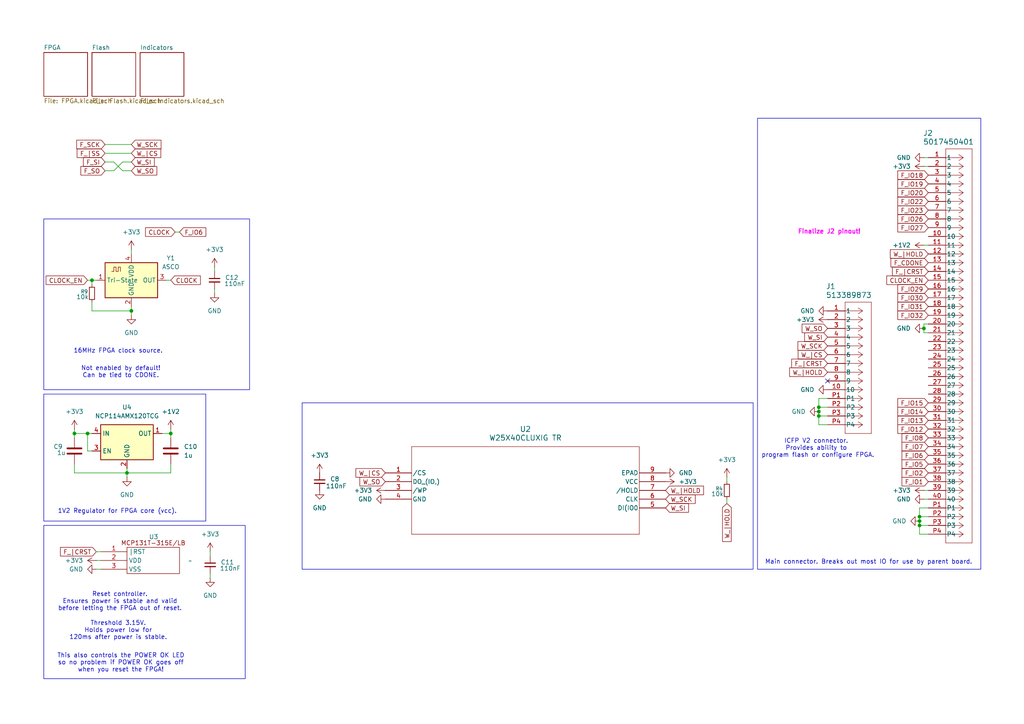
<source format=kicad_sch>
(kicad_sch (version 20250114) (generator "eeschema") (generator_version "9.0")
  (paper "A4")
  (lib_symbols
    (symbol "2025-06-09_04-19-34:W25X40CLUXIG_TR" (pin_names (offset 0.254))
      (property "Reference" "U" (at 40.64 12.7 0))
      (property "Value" "W25X40CLUXIG TR" (at 40.64 10.16 0))
      (symbol "W25X40CLUXIG_TR_0_1"
        (pin unspecified line (at 0 0 0) (length 7.62) (name "/CS") (number "1"))
        (pin unspecified line (at 0 -2.54 0) (length 7.62) (name "DO_(IO,)") (number "2"))
        (pin unspecified line (at 0 -5.08 0) (length 7.62) (name "/WP") (number "3"))
        (pin power_out line (at 0 -7.62 0) (length 7.62) (name "GND") (number "4"))
        (pin unspecified line (at 81.28 0 180) (length 7.62) (name "EPAD") (number "9"))
        (pin power_in line (at 81.28 -2.54 180) (length 7.62) (name "VCC") (number "8"))
        (pin unspecified line (at 81.28 -5.08 180) (length 7.62) (name "/HOLD") (number "7"))
        (pin unspecified line (at 81.28 -7.62 180) (length 7.62) (name "CLK") (number "6"))
        (pin unspecified line (at 81.28 -10.16 180) (length 7.62) (name "DI(IO0") (number "5"))
      )
    )
    (symbol "2025-06-09_04-58-30:513389873" (pin_names (offset 0.254))
      (property "Reference" "J" (at 8.89 6.35 0))
      (property "Value" "513389873" (at 0 0 0))
      (symbol "513389873_1_1"
        (pin unspecified line (at 0 0 0) (length 5.08) (name "1") (number "1"))
        (pin unspecified line (at 0 -2.54 0) (length 5.08) (name "2") (number "2"))
        (pin unspecified line (at 0 -5.08 0) (length 5.08) (name "3") (number "3"))
        (pin unspecified line (at 0 -7.62 0) (length 5.08) (name "4") (number "4"))
        (pin unspecified line (at 0 -10.16 0) (length 5.08) (name "5") (number "5"))
        (pin unspecified line (at 0 -12.7 0) (length 5.08) (name "6") (number "6"))
        (pin unspecified line (at 0 -15.24 0) (length 5.08) (name "7") (number "7"))
        (pin unspecified line (at 0 -17.78 0) (length 5.08) (name "8") (number "8"))
        (pin unspecified line (at 0 -20.32 0) (length 5.08) (name "9") (number "9"))
        (pin unspecified line (at 0 -22.86 0) (length 5.08) (name "10") (number "10"))
        (pin unspecified line (at 0 -25.4 0) (length 5.08) (name "P1") (number "P1"))
        (pin unspecified line (at 0 -27.94 0) (length 5.08) (name "P2") (number "P2"))
        (pin unspecified line (at 0 -30.48 0) (length 5.08) (name "P3") (number "P3"))
        (pin unspecified line (at 0 -33.02 0) (length 5.08) (name "P4") (number "P4"))
      )
      (symbol "513389873_1_2"
        (pin unspecified line (at 0 0 0) (length 5.08) (name "1") (number "1"))
        (pin unspecified line (at 0 -2.54 0) (length 5.08) (name "2") (number "2"))
        (pin unspecified line (at 0 -5.08 0) (length 5.08) (name "3") (number "3"))
        (pin unspecified line (at 0 -7.62 0) (length 5.08) (name "4") (number "4"))
        (pin unspecified line (at 0 -10.16 0) (length 5.08) (name "5") (number "5"))
        (pin unspecified line (at 0 -12.7 0) (length 5.08) (name "6") (number "6"))
        (pin unspecified line (at 0 -15.24 0) (length 5.08) (name "7") (number "7"))
        (pin unspecified line (at 0 -17.78 0) (length 5.08) (name "8") (number "8"))
        (pin unspecified line (at 0 -20.32 0) (length 5.08) (name "9") (number "9"))
        (pin unspecified line (at 0 -22.86 0) (length 5.08) (name "10") (number "10"))
        (pin unspecified line (at 0 -25.4 0) (length 5.08) (name "P1") (number "P1"))
        (pin unspecified line (at 0 -27.94 0) (length 5.08) (name "P2") (number "P2"))
        (pin unspecified line (at 0 -30.48 0) (length 5.08) (name "P3") (number "P3"))
        (pin unspecified line (at 0 -33.02 0) (length 5.08) (name "P4") (number "P4"))
      )
    )
    (symbol "2025-06-09_05-06-58:5017450401" (pin_names (offset 0.254))
      (property "Reference" "J" (at 8.89 6.35 0))
      (property "Value" "5017450401" (at 0 0 0))
      (symbol "5017450401_1_1"
        (pin unspecified line (at 0 0 0) (length 5.08) (name "1") (number "1"))
        (pin unspecified line (at 0 -2.54 0) (length 5.08) (name "2") (number "2"))
        (pin unspecified line (at 0 -5.08 0) (length 5.08) (name "3") (number "3"))
        (pin unspecified line (at 0 -7.62 0) (length 5.08) (name "4") (number "4"))
        (pin unspecified line (at 0 -10.16 0) (length 5.08) (name "5") (number "5"))
        (pin unspecified line (at 0 -12.7 0) (length 5.08) (name "6") (number "6"))
        (pin unspecified line (at 0 -15.24 0) (length 5.08) (name "7") (number "7"))
        (pin unspecified line (at 0 -17.78 0) (length 5.08) (name "8") (number "8"))
        (pin unspecified line (at 0 -20.32 0) (length 5.08) (name "9") (number "9"))
        (pin unspecified line (at 0 -22.86 0) (length 5.08) (name "10") (number "10"))
        (pin unspecified line (at 0 -25.4 0) (length 5.08) (name "11") (number "11"))
        (pin unspecified line (at 0 -27.94 0) (length 5.08) (name "12") (number "12"))
        (pin unspecified line (at 0 -30.48 0) (length 5.08) (name "13") (number "13"))
        (pin unspecified line (at 0 -33.02 0) (length 5.08) (name "14") (number "14"))
        (pin unspecified line (at 0 -35.56 0) (length 5.08) (name "15") (number "15"))
        (pin unspecified line (at 0 -38.1 0) (length 5.08) (name "16") (number "16"))
        (pin unspecified line (at 0 -40.64 0) (length 5.08) (name "17") (number "17"))
        (pin unspecified line (at 0 -43.18 0) (length 5.08) (name "18") (number "18"))
        (pin unspecified line (at 0 -45.72 0) (length 5.08) (name "19") (number "19"))
        (pin unspecified line (at 0 -48.26 0) (length 5.08) (name "20") (number "20"))
        (pin unspecified line (at 0 -50.8 0) (length 5.08) (name "21") (number "21"))
        (pin unspecified line (at 0 -53.34 0) (length 5.08) (name "22") (number "22"))
        (pin unspecified line (at 0 -55.88 0) (length 5.08) (name "23") (number "23"))
        (pin unspecified line (at 0 -58.42 0) (length 5.08) (name "24") (number "24"))
        (pin unspecified line (at 0 -60.96 0) (length 5.08) (name "25") (number "25"))
        (pin unspecified line (at 0 -63.5 0) (length 5.08) (name "26") (number "26"))
        (pin unspecified line (at 0 -66.04 0) (length 5.08) (name "27") (number "27"))
        (pin unspecified line (at 0 -68.58 0) (length 5.08) (name "28") (number "28"))
        (pin unspecified line (at 0 -71.12 0) (length 5.08) (name "29") (number "29"))
        (pin unspecified line (at 0 -73.66 0) (length 5.08) (name "30") (number "30"))
        (pin unspecified line (at 0 -76.2 0) (length 5.08) (name "31") (number "31"))
        (pin unspecified line (at 0 -78.74 0) (length 5.08) (name "32") (number "32"))
        (pin unspecified line (at 0 -81.28 0) (length 5.08) (name "33") (number "33"))
        (pin unspecified line (at 0 -83.82 0) (length 5.08) (name "34") (number "34"))
        (pin unspecified line (at 0 -86.36 0) (length 5.08) (name "35") (number "35"))
        (pin unspecified line (at 0 -88.9 0) (length 5.08) (name "36") (number "36"))
        (pin unspecified line (at 0 -91.44 0) (length 5.08) (name "37") (number "37"))
        (pin unspecified line (at 0 -93.98 0) (length 5.08) (name "38") (number "38"))
        (pin unspecified line (at 0 -96.52 0) (length 5.08) (name "39") (number "39"))
        (pin unspecified line (at 0 -99.06 0) (length 5.08) (name "40") (number "40"))
        (pin unspecified line (at 0 -101.6 0) (length 5.08) (name "P1") (number "P1"))
        (pin unspecified line (at 0 -104.14 0) (length 5.08) (name "P2") (number "P2"))
        (pin unspecified line (at 0 -106.68 0) (length 5.08) (name "P3") (number "P3"))
        (pin unspecified line (at 0 -109.22 0) (length 5.08) (name "P4") (number "P4"))
      )
      (symbol "5017450401_1_2"
        (pin unspecified line (at 0 0 0) (length 5.08) (name "1") (number "1"))
        (pin unspecified line (at 0 -2.54 0) (length 5.08) (name "2") (number "2"))
        (pin unspecified line (at 0 -5.08 0) (length 5.08) (name "3") (number "3"))
        (pin unspecified line (at 0 -7.62 0) (length 5.08) (name "4") (number "4"))
        (pin unspecified line (at 0 -10.16 0) (length 5.08) (name "5") (number "5"))
        (pin unspecified line (at 0 -12.7 0) (length 5.08) (name "6") (number "6"))
        (pin unspecified line (at 0 -15.24 0) (length 5.08) (name "7") (number "7"))
        (pin unspecified line (at 0 -17.78 0) (length 5.08) (name "8") (number "8"))
        (pin unspecified line (at 0 -20.32 0) (length 5.08) (name "9") (number "9"))
        (pin unspecified line (at 0 -22.86 0) (length 5.08) (name "10") (number "10"))
        (pin unspecified line (at 0 -25.4 0) (length 5.08) (name "11") (number "11"))
        (pin unspecified line (at 0 -27.94 0) (length 5.08) (name "12") (number "12"))
        (pin unspecified line (at 0 -30.48 0) (length 5.08) (name "13") (number "13"))
        (pin unspecified line (at 0 -33.02 0) (length 5.08) (name "14") (number "14"))
        (pin unspecified line (at 0 -35.56 0) (length 5.08) (name "15") (number "15"))
        (pin unspecified line (at 0 -38.1 0) (length 5.08) (name "16") (number "16"))
        (pin unspecified line (at 0 -40.64 0) (length 5.08) (name "17") (number "17"))
        (pin unspecified line (at 0 -43.18 0) (length 5.08) (name "18") (number "18"))
        (pin unspecified line (at 0 -45.72 0) (length 5.08) (name "19") (number "19"))
        (pin unspecified line (at 0 -48.26 0) (length 5.08) (name "20") (number "20"))
        (pin unspecified line (at 0 -50.8 0) (length 5.08) (name "21") (number "21"))
        (pin unspecified line (at 0 -53.34 0) (length 5.08) (name "22") (number "22"))
        (pin unspecified line (at 0 -55.88 0) (length 5.08) (name "23") (number "23"))
        (pin unspecified line (at 0 -58.42 0) (length 5.08) (name "24") (number "24"))
        (pin unspecified line (at 0 -60.96 0) (length 5.08) (name "25") (number "25"))
        (pin unspecified line (at 0 -63.5 0) (length 5.08) (name "26") (number "26"))
        (pin unspecified line (at 0 -66.04 0) (length 5.08) (name "27") (number "27"))
        (pin unspecified line (at 0 -68.58 0) (length 5.08) (name "28") (number "28"))
        (pin unspecified line (at 0 -71.12 0) (length 5.08) (name "29") (number "29"))
        (pin unspecified line (at 0 -73.66 0) (length 5.08) (name "30") (number "30"))
        (pin unspecified line (at 0 -76.2 0) (length 5.08) (name "31") (number "31"))
        (pin unspecified line (at 0 -78.74 0) (length 5.08) (name "32") (number "32"))
        (pin unspecified line (at 0 -81.28 0) (length 5.08) (name "33") (number "33"))
        (pin unspecified line (at 0 -83.82 0) (length 5.08) (name "34") (number "34"))
        (pin unspecified line (at 0 -86.36 0) (length 5.08) (name "35") (number "35"))
        (pin unspecified line (at 0 -88.9 0) (length 5.08) (name "36") (number "36"))
        (pin unspecified line (at 0 -91.44 0) (length 5.08) (name "37") (number "37"))
        (pin unspecified line (at 0 -93.98 0) (length 5.08) (name "38") (number "38"))
        (pin unspecified line (at 0 -96.52 0) (length 5.08) (name "39") (number "39"))
        (pin unspecified line (at 0 -99.06 0) (length 5.08) (name "40") (number "40"))
        (pin unspecified line (at 0 -101.6 0) (length 5.08) (name "P1") (number "P1"))
        (pin unspecified line (at 0 -104.14 0) (length 5.08) (name "P2") (number "P2"))
        (pin unspecified line (at 0 -106.68 0) (length 5.08) (name "P3") (number "P3"))
        (pin unspecified line (at 0 -109.22 0) (length 5.08) (name "P4") (number "P4"))
      )
    )
    (symbol "Device:C" (pin_numbers (hide yes)) (pin_names (offset 0.254))
      (property "Reference" "C" (at 0.635 2.54 0))
      (property "Value" "C" (at 0.635 -2.54 0))
      (symbol "C_1_1"
        (pin passive line (at 0 3.81 270) (length 2.794) (name "~") (number "1"))
        (pin passive line (at 0 -3.81 90) (length 2.794) (name "~") (number "2"))
      )
    )
    (symbol "Device:C_Small" (pin_numbers (hide yes)) (pin_names (offset 0.254) (hide yes))
      (property "Reference" "C" (at 0.254 1.778 0))
      (property "Value" "C_Small" (at 0.254 -2.032 0))
      (symbol "C_Small_1_1"
        (pin passive line (at 0 2.54 270) (length 2.032) (name "~") (number "1"))
        (pin passive line (at 0 -2.54 90) (length 2.032) (name "~") (number "2"))
      )
    )
    (symbol "Device:R_Small" (pin_numbers (hide yes)) (pin_names (offset 0.254) (hide yes))
      (property "Reference" "R" (at 0 0 90))
      (property "Value" "R_Small" (at 1.778 0 90))
      (symbol "R_Small_1_1"
        (pin passive line (at 0 2.54 270) (length 0.762) (name "~") (number "1"))
        (pin passive line (at 0 -2.54 90) (length 0.762) (name "~") (number "2"))
      )
    )
    (symbol "New_Library:MCP131T-315E/LB"
      (property "Reference" "U" (at 0 1.778 0))
      (symbol "MCP131T-315E/LB_1_1"
        (text "MCP131T-315E/LB" (at 0 0 0) (effects (font (size 1.27 1.27))))
        (pin output line (at -15.24 -2.54 0) (length 7.62) (name "|RST") (number "1"))
        (pin power_in line (at -15.24 -5.08 0) (length 7.62) (name "VDD") (number "2"))
        (pin power_in line (at -15.24 -7.62 0) (length 7.62) (name "VSS") (number "3"))
      )
    )
    (symbol "Oscillator:ASCO"
      (property "Reference" "Y" (at -7.62 6.35 0))
      (property "Value" "ASCO" (at 1.27 -6.35 0))
      (symbol "ASCO_1_1"
        (pin input line (at -10.16 0 0) (length 2.54) (name "Tri-State") (number "1"))
        (pin power_in line (at 0 7.62 270) (length 2.54) (name "VDD") (number "4"))
        (pin power_in line (at 0 -7.62 90) (length 2.54) (name "GND") (number "2"))
        (pin output line (at 10.16 0 180) (length 2.54) (name "OUT") (number "3"))
      )
    )
    (symbol "Regulator_Linear:NCP115AMX120TCG"
      (property "Reference" "U" (at 2.54 10.16 0))
      (property "Value" "NCP115AMX120TCG" (at 10.16 7.62 0))
      (symbol "NCP115AMX120TCG_1_1"
        (pin power_in line (at -10.16 2.54 0) (length 2.54) (name "IN") (number "4"))
        (pin input line (at -10.16 -2.54 0) (length 2.54) (name "EN") (number "3"))
        (pin power_in line (at 0 -7.62 90) (length 2.54) (name "GND") (number "2"))
        (pin passive line (at 0 -7.62 90) (length 2.54) (hide yes) (name "GND") (number "5"))
        (pin power_out line (at 10.16 2.54 180) (length 2.54) (name "OUT") (number "1"))
      )
    )
    (symbol "power:+1V2" (power) (pin_numbers (hide yes)) (pin_names (offset 0) (hide yes))
      (property "Value" "+1V2" (at 0 3.556 0))
      (symbol "+1V2_1_1"
        (pin power_in line (at 0 0 90) (length 0) (name "~") (number "1"))
      )
    )
    (symbol "power:+3V3" (power) (pin_numbers (hide yes)) (pin_names (offset 0) (hide yes))
      (property "Value" "+3V3" (at 0 3.556 0))
      (symbol "+3V3_1_1"
        (pin power_in line (at 0 0 90) (length 0) (name "~") (number "1"))
      )
    )
    (symbol "power:GND" (power) (pin_numbers (hide yes)) (pin_names (offset 0) (hide yes))
      (property "Value" "GND" (at 0 -3.81 0))
      (symbol "GND_1_1"
        (pin power_in line (at 0 0 270) (length 0) (name "~") (number "1"))
      )
    )
  )
  (rectangle (start 87.63 116.84) (end 218.44 165.1))
  (rectangle (start 12.7 63.5) (end 72.39 113.03))
  (rectangle (start 12.7 152.4) (end 71.12 196.85))
  (rectangle (start 12.7 114.3) (end 59.69 151.13))
  (rectangle (start 219.71 34.29) (end 284.48 165.1))
  (text "Main connector. Breaks out most IO for use by parent board." (at 251.968 163.068 0) (effects (font (size 1.27 1.27))))
  (text "16MHz FPGA clock source." (at 34.29 101.854 0) (effects (font (size 1.27 1.27))))
  (text "Reset controller.\nEnsures power is stable and valid\nbefore letting the FPGA out of reset." (at 34.798 174.498 0) (effects (font (size 1.27 1.27))))
  (text "This also controls the POWER OK LED\nso no problem if POWER OK goes off\nwhen you reset the FPGA!" (at 35.052 192.278 0) (effects (font (size 1.27 1.27))))
  (text "1V2 Regulator for FPGA core (vcc)." (at 34.036 148.336 0) (effects (font (size 1.27 1.27))))
  (text "Threshold 3.15V.\nHolds power low for\n120ms after power is stable." (at 34.29 182.88 0) (effects (font (size 1.27 1.27))))
  (text "ICFP V2 connector. \nProvides ability to \nprogram flash or configure FPGA." (at 237.236 130.048 0) (effects (font (size 1.27 1.27))))
  (text "Finalize J2 pinout!" (at 240.538 67.31 0) (effects (font (size 1.27 1.27) (thickness 0.254) (bold yes))))
  (text "Not enabled by default!\nCan be tied to CDONE." (at 35.052 107.95 0) (effects (font (size 1.27 1.27))))
  (junction (at 49.53 125.73))
  (junction (at 21.59 125.73))
  (junction (at 266.7 149.86))
  (junction (at 38.1 90.17))
  (junction (at 25.4 125.73))
  (junction (at 267.97 95.25))
  (junction (at 237.49 120.65))
  (junction (at 266.7 151.13))
  (junction (at 237.49 118.11))
  (junction (at 26.67 81.28))
  (junction (at 266.7 152.4))
  (junction (at 237.49 119.38))
  (junction (at 36.83 137.16))
  (no_connect (at 240.03 110.49))
  (wire (pts (xy 21.59 137.16) (xy 36.83 137.16)))
  (wire (pts (xy 266.7 151.13) (xy 266.7 149.86)))
  (wire (pts (xy 27.94 162.56) (xy 29.21 162.56)))
  (wire (pts (xy 62.23 77.47) (xy 62.23 78.74)))
  (wire (pts (xy 267.97 96.52) (xy 269.24 96.52)))
  (wire (pts (xy 266.7 152.4) (xy 269.24 152.4)))
  (wire (pts (xy 237.49 119.38) (xy 237.49 118.11)))
  (wire (pts (xy 25.4 125.73) (xy 26.67 125.73)))
  (wire (pts (xy 36.83 137.16) (xy 36.83 135.89)))
  (wire (pts (xy 240.03 123.19) (xy 237.49 123.19)))
  (wire (pts (xy 26.67 82.55) (xy 26.67 81.28)))
  (wire (pts (xy 266.7 154.94) (xy 266.7 152.4)))
  (wire (pts (xy 30.48 44.45) (xy 38.1 44.45)))
  (wire (pts (xy 38.1 90.17) (xy 26.67 90.17)))
  (wire (pts (xy 60.96 167.64) (xy 60.96 166.37)))
  (wire (pts (xy 62.23 85.09) (xy 62.23 83.82)))
  (wire (pts (xy 36.83 138.43) (xy 36.83 137.16)))
  (wire (pts (xy 49.53 81.28) (xy 48.26 81.28)))
  (wire (pts (xy 35.56 49.53) (xy 38.1 49.53)))
  (wire (pts (xy 25.4 81.28) (xy 26.67 81.28)))
  (wire (pts (xy 26.67 81.28) (xy 27.94 81.28)))
  (wire (pts (xy 25.4 130.81) (xy 25.4 125.73)))
  (wire (pts (xy 267.97 144.78) (xy 269.24 144.78)))
  (wire (pts (xy 266.7 152.4) (xy 266.7 151.13)))
  (wire (pts (xy 38.1 91.44) (xy 38.1 90.17)))
  (wire (pts (xy 267.97 95.25) (xy 267.97 96.52)))
  (wire (pts (xy 27.94 165.1) (xy 29.21 165.1)))
  (wire (pts (xy 30.48 46.99) (xy 33.02 46.99)))
  (wire (pts (xy 267.97 71.12) (xy 269.24 71.12)))
  (wire (pts (xy 26.67 130.81) (xy 25.4 130.81)))
  (wire (pts (xy 267.97 95.25) (xy 267.97 93.98)))
  (wire (pts (xy 237.49 118.11) (xy 237.49 115.57)))
  (wire (pts (xy 21.59 124.46) (xy 21.59 125.73)))
  (wire (pts (xy 267.97 45.72) (xy 269.24 45.72)))
  (wire (pts (xy 237.49 123.19) (xy 237.49 120.65)))
  (wire (pts (xy 210.82 146.05) (xy 210.82 144.78)))
  (wire (pts (xy 50.8 67.31) (xy 52.07 67.31)))
  (wire (pts (xy 49.53 125.73) (xy 49.53 127)))
  (wire (pts (xy 21.59 125.73) (xy 21.59 127)))
  (wire (pts (xy 30.48 49.53) (xy 33.02 49.53)))
  (wire (pts (xy 237.49 120.65) (xy 237.49 119.38)))
  (wire (pts (xy 60.96 160.02) (xy 60.96 161.29)))
  (wire (pts (xy 49.53 134.62) (xy 49.53 137.16)))
  (wire (pts (xy 33.02 49.53) (xy 35.56 46.99)))
  (wire (pts (xy 21.59 134.62) (xy 21.59 137.16)))
  (wire (pts (xy 27.94 160.02) (xy 29.21 160.02)))
  (wire (pts (xy 269.24 154.94) (xy 266.7 154.94)))
  (wire (pts (xy 49.53 137.16) (xy 36.83 137.16)))
  (wire (pts (xy 266.7 149.86) (xy 266.7 147.32)))
  (wire (pts (xy 46.99 125.73) (xy 49.53 125.73)))
  (wire (pts (xy 266.7 149.86) (xy 269.24 149.86)))
  (wire (pts (xy 33.02 46.99) (xy 35.56 49.53)))
  (wire (pts (xy 49.53 124.46) (xy 49.53 125.73)))
  (wire (pts (xy 35.56 46.99) (xy 38.1 46.99)))
  (wire (pts (xy 267.97 93.98) (xy 269.24 93.98)))
  (wire (pts (xy 266.7 147.32) (xy 269.24 147.32)))
  (wire (pts (xy 26.67 90.17) (xy 26.67 87.63)))
  (wire (pts (xy 267.97 142.24) (xy 269.24 142.24)))
  (wire (pts (xy 25.4 125.73) (xy 21.59 125.73)))
  (wire (pts (xy 38.1 72.39) (xy 38.1 73.66)))
  (wire (pts (xy 267.97 48.26) (xy 269.24 48.26)))
  (wire (pts (xy 237.49 118.11) (xy 240.03 118.11)))
  (wire (pts (xy 38.1 90.17) (xy 38.1 88.9)))
  (wire (pts (xy 210.82 138.43) (xy 210.82 139.7)))
  (wire (pts (xy 237.49 115.57) (xy 240.03 115.57)))
  (wire (pts (xy 240.03 120.65) (xy 237.49 120.65)))
  (wire (pts (xy 30.48 41.91) (xy 38.1 41.91)))
  (global_label "W_|CS" (shape input) (at 111.76 137.16 180) (property "Intersheetrefs" "${INTERSHEET_REFS}" (effects (hide yes))))
  (global_label "W_SCK" (shape input) (at 193.04 144.78 0) (property "Intersheetrefs" "${INTERSHEET_REFS}" (effects (hide yes))))
  (global_label "F_IO31" (shape input) (at 269.24 88.9 180) (property "Intersheetrefs" "${INTERSHEET_REFS}" (effects (hide yes))))
  (global_label "W_|HOLD" (shape input) (at 210.82 146.05 270) (property "Intersheetrefs" "${INTERSHEET_REFS}" (effects (hide yes))))
  (global_label "F_IO29" (shape input) (at 269.24 83.82 180) (property "Intersheetrefs" "${INTERSHEET_REFS}" (effects (hide yes))))
  (global_label "W_SCK" (shape input) (at 240.03 100.33 180) (property "Intersheetrefs" "${INTERSHEET_REFS}" (effects (hide yes))))
  (global_label "F_SCK" (shape input) (at 30.48 41.91 180) (property "Intersheetrefs" "${INTERSHEET_REFS}" (effects (hide yes))))
  (global_label "F_IO1" (shape input) (at 269.24 139.7 180) (property "Intersheetrefs" "${INTERSHEET_REFS}" (effects (hide yes))))
  (global_label "W_|CS" (shape input) (at 38.1 44.45 0) (property "Intersheetrefs" "${INTERSHEET_REFS}" (effects (hide yes))))
  (global_label "CLOCK_EN" (shape input) (at 269.24 81.28 180) (property "Intersheetrefs" "${INTERSHEET_REFS}" (effects (hide yes))))
  (global_label "CLOCK" (shape input) (at 49.53 81.28 0) (property "Intersheetrefs" "${INTERSHEET_REFS}" (effects (hide yes))))
  (global_label "W_SI" (shape input) (at 38.1 46.99 0) (property "Intersheetrefs" "${INTERSHEET_REFS}" (effects (hide yes))))
  (global_label "F_IO18" (shape input) (at 269.24 50.8 180) (property "Intersheetrefs" "${INTERSHEET_REFS}" (effects (hide yes))))
  (global_label "F_IO22" (shape input) (at 269.24 58.42 180) (property "Intersheetrefs" "${INTERSHEET_REFS}" (effects (hide yes))))
  (global_label "F_IO5" (shape input) (at 269.24 134.62 180) (property "Intersheetrefs" "${INTERSHEET_REFS}" (effects (hide yes))))
  (global_label "F_IO26" (shape input) (at 269.24 63.5 180) (property "Intersheetrefs" "${INTERSHEET_REFS}" (effects (hide yes))))
  (global_label "W_|HOLD" (shape input) (at 193.04 142.24 0) (property "Intersheetrefs" "${INTERSHEET_REFS}" (effects (hide yes))))
  (global_label "F_IO15" (shape input) (at 269.24 116.84 180) (property "Intersheetrefs" "${INTERSHEET_REFS}" (effects (hide yes))))
  (global_label "F_|CRST" (shape input) (at 240.03 105.41 180) (property "Intersheetrefs" "${INTERSHEET_REFS}" (effects (hide yes))))
  (global_label "F_IO12" (shape input) (at 269.24 124.46 180) (property "Intersheetrefs" "${INTERSHEET_REFS}" (effects (hide yes))))
  (global_label "W_SCK" (shape input) (at 38.1 41.91 0) (property "Intersheetrefs" "${INTERSHEET_REFS}" (effects (hide yes))))
  (global_label "F_CDONE" (shape input) (at 269.24 76.2 180) (property "Intersheetrefs" "${INTERSHEET_REFS}" (effects (hide yes))))
  (global_label "W_|HOLD" (shape input) (at 269.24 73.66 180) (property "Intersheetrefs" "${INTERSHEET_REFS}" (effects (hide yes))))
  (global_label "W_SO" (shape input) (at 240.03 95.25 180) (property "Intersheetrefs" "${INTERSHEET_REFS}" (effects (hide yes))))
  (global_label "CLOCK" (shape input) (at 50.8 67.31 180) (property "Intersheetrefs" "${INTERSHEET_REFS}" (effects (hide yes))))
  (global_label "F_IO20" (shape input) (at 269.24 55.88 180) (property "Intersheetrefs" "${INTERSHEET_REFS}" (effects (hide yes))))
  (global_label "F_IO14" (shape input) (at 269.24 119.38 180) (property "Intersheetrefs" "${INTERSHEET_REFS}" (effects (hide yes))))
  (global_label "F_IO23" (shape input) (at 269.24 60.96 180) (property "Intersheetrefs" "${INTERSHEET_REFS}" (effects (hide yes))))
  (global_label "W_SO" (shape input) (at 38.1 49.53 0) (property "Intersheetrefs" "${INTERSHEET_REFS}" (effects (hide yes))))
  (global_label "F_IO2" (shape input) (at 269.24 137.16 180) (property "Intersheetrefs" "${INTERSHEET_REFS}" (effects (hide yes))))
  (global_label "F_IO6" (shape input) (at 269.24 132.08 180) (property "Intersheetrefs" "${INTERSHEET_REFS}" (effects (hide yes))))
  (global_label "F_IO8" (shape input) (at 269.24 127 180) (property "Intersheetrefs" "${INTERSHEET_REFS}" (effects (hide yes))))
  (global_label "W_SI" (shape input) (at 240.03 97.79 180) (property "Intersheetrefs" "${INTERSHEET_REFS}" (effects (hide yes))))
  (global_label "F_IO13" (shape input) (at 269.24 121.92 180) (property "Intersheetrefs" "${INTERSHEET_REFS}" (effects (hide yes))))
  (global_label "W_|CS" (shape input) (at 240.03 102.87 180) (property "Intersheetrefs" "${INTERSHEET_REFS}" (effects (hide yes))))
  (global_label "F_IO32" (shape input) (at 269.24 91.44 180) (property "Intersheetrefs" "${INTERSHEET_REFS}" (effects (hide yes))))
  (global_label "F_IO30" (shape input) (at 269.24 86.36 180) (property "Intersheetrefs" "${INTERSHEET_REFS}" (effects (hide yes))))
  (global_label "W_SO" (shape input) (at 111.76 139.7 180) (property "Intersheetrefs" "${INTERSHEET_REFS}" (effects (hide yes))))
  (global_label "F_SO" (shape input) (at 30.48 49.53 180) (property "Intersheetrefs" "${INTERSHEET_REFS}" (effects (hide yes))))
  (global_label "F_|CRST" (shape input) (at 269.24 78.74 180) (property "Intersheetrefs" "${INTERSHEET_REFS}" (effects (hide yes))))
  (global_label "F_IO19" (shape input) (at 269.24 53.34 180) (property "Intersheetrefs" "${INTERSHEET_REFS}" (effects (hide yes))))
  (global_label "F_IO6" (shape input) (at 52.07 67.31 0) (property "Intersheetrefs" "${INTERSHEET_REFS}" (effects (hide yes))))
  (global_label "F_|SS" (shape input) (at 30.48 44.45 180) (property "Intersheetrefs" "${INTERSHEET_REFS}" (effects (hide yes))))
  (global_label "F_IO27" (shape input) (at 269.24 66.04 180) (property "Intersheetrefs" "${INTERSHEET_REFS}" (effects (hide yes))))
  (global_label "W_SI" (shape input) (at 193.04 147.32 0) (property "Intersheetrefs" "${INTERSHEET_REFS}" (effects (hide yes))))
  (global_label "W_|HOLD" (shape input) (at 240.03 107.95 180) (property "Intersheetrefs" "${INTERSHEET_REFS}" (effects (hide yes))))
  (global_label "F_IO7" (shape input) (at 269.24 129.54 180) (property "Intersheetrefs" "${INTERSHEET_REFS}" (effects (hide yes))))
  (global_label "F_|CRST" (shape input) (at 27.94 160.02 180) (property "Intersheetrefs" "${INTERSHEET_REFS}" (effects (hide yes))))
  (global_label "F_SI" (shape input) (at 30.48 46.99 180) (property "Intersheetrefs" "${INTERSHEET_REFS}" (effects (hide yes))))
  (global_label "CLOCK_EN" (shape input) (at 25.4 81.28 180) (property "Intersheetrefs" "${INTERSHEET_REFS}" (effects (hide yes))))
  (symbol (lib_id "Device:R_Small") (at 210.82 142.24 0) (unit 1)
    (property "Reference" "R4" (at 207.518 141.732 0) (effects (font (size 1.016 1.016)) (justify left)))
    (property "Value" "10k" (at 206.248 143.256 0) (effects (justify left)))
    (property "Footprint" "Resistor_SMD:R_0402_1005Metric" (effects (hide yes)))
    (property "Description" "Resistor, small symbol" (effects (hide yes)))
  )
  (symbol (lib_id "power:+3V3") (at 111.76 142.24 90) (unit 1)
    (property "Reference" "#PWR011" (effects (hide yes)))
    (property "Value" "+3V3" (at 107.95 142.2399 90) (effects (justify left)))
    (property "Description" "Power symbol creates a global label with name \"+3V3\"" (effects (hide yes)))
  )
  (symbol (lib_id "Device:C_Small") (at 62.23 81.28 0) (unit 1)
    (property "Reference" "C12" (at 65.278 80.518 0) (effects (justify left)))
    (property "Value" "110nF" (at 65.024 82.296 0) (effects (justify left)))
    (property "Footprint" "Capacitor_SMD:C_0402_1005Metric" (effects (hide yes)))
    (property "Description" "VPP_2V5" (effects (hide yes)))
  )
  (symbol (lib_id "power:GND") (at 240.03 90.17 270) (unit 1)
    (property "Reference" "#PWR040" (effects (hide yes)))
    (property "Value" "GND" (at 236.22 90.1699 90) (effects (justify right)))
    (property "Description" "Power symbol creates a global label with name \"GND\" , ground" (effects (hide yes)))
  )
  (symbol (lib_id "power:GND") (at 267.97 45.72 270) (unit 1)
    (property "Reference" "#PWR039" (effects (hide yes)))
    (property "Value" "GND" (at 264.16 45.7199 90) (effects (justify right)))
    (property "Description" "Power symbol creates a global label with name \"GND\" , ground" (effects (hide yes)))
  )
  (symbol (lib_id "Device:R_Small") (at 26.67 85.09 0) (unit 1)
    (property "Reference" "R9" (at 23.368 84.582 0) (effects (font (size 1.016 1.016)) (justify left)))
    (property "Value" "10k" (at 22.098 86.106 0) (effects (justify left)))
    (property "Footprint" "Resistor_SMD:R_0402_1005Metric" (effects (hide yes)))
    (property "Description" "Resistor, small symbol" (effects (hide yes)))
  )
  (symbol (lib_id "power:GND") (at 38.1 91.44 0) (unit 1)
    (property "Reference" "#PWR031" (effects (hide yes)))
    (property "Value" "GND" (at 38.1 96.52 0))
    (property "Description" "Power symbol creates a global label with name \"GND\" , ground" (effects (hide yes)))
  )
  (symbol (lib_id "power:GND") (at 111.76 144.78 270) (unit 1)
    (property "Reference" "#PWR09" (effects (hide yes)))
    (property "Value" "GND" (at 107.95 144.7799 90) (effects (justify right)))
    (property "Description" "Power symbol creates a global label with name \"GND\" , ground" (effects (hide yes)))
  )
  (symbol (lib_id "2025-06-09_04-58-30:513389873") (at 240.03 90.17 0) (unit 1)
    (property "Reference" "J1" (at 239.522 83.058 0) (effects (font (size 1.524 1.524)) (justify left)))
    (property "Value" "513389873" (at 239.522 85.598 0) (effects (font (size 1.524 1.524)) (justify left)))
    (property "Footprint" "footprints:CON_513389873" (effects (hide yes)))
    (property "Datasheet" "513389873" (effects (hide yes)))
  )
  (symbol (lib_id "power:+3V3") (at 21.59 124.46 0) (unit 1)
    (property "Reference" "#PWR023" (effects (hide yes)))
    (property "Value" "+3V3" (at 21.59 119.38 0))
    (property "Description" "Power symbol creates a global label with name \"+3V3\"" (effects (hide yes)))
  )
  (symbol (lib_id "power:GND") (at 193.04 137.16 90) (unit 1)
    (property "Reference" "#PWR010" (effects (hide yes)))
    (property "Value" "GND" (at 196.85 137.1599 90) (effects (justify right)))
    (property "Description" "Power symbol creates a global label with name \"GND\" , ground" (effects (hide yes)))
  )
  (symbol (lib_id "2025-06-09_05-06-58:5017450401") (at 269.24 45.72 0) (unit 1)
    (property "Reference" "J2" (at 267.716 38.608 0) (effects (font (size 1.524 1.524)) (justify left)))
    (property "Value" "5017450401" (at 267.716 41.148 0) (effects (font (size 1.524 1.524)) (justify left)))
    (property "Footprint" "CON_5017450401" (effects (hide yes)))
    (property "Datasheet" "5017450401" (effects (hide yes)))
  )
  (symbol (lib_id "power:+3V3") (at 267.97 48.26 90) (unit 1)
    (property "Reference" "#PWR043" (effects (hide yes)))
    (property "Value" "+3V3" (at 264.16 48.2599 90) (effects (justify left)))
    (property "Description" "Power symbol creates a global label with name \"+3V3\"" (effects (hide yes)))
  )
  (symbol (lib_id "power:+3V3") (at 60.96 160.02 0) (unit 1)
    (property "Reference" "#PWR029" (effects (hide yes)))
    (property "Value" "+3V3" (at 60.96 154.94 0))
    (property "Description" "Power symbol creates a global label with name \"+3V3\"" (effects (hide yes)))
  )
  (symbol (lib_id "Device:C_Small") (at 92.71 139.7 0) (unit 1)
    (property "Reference" "C8" (at 95.758 138.938 0) (effects (justify left)))
    (property "Value" "110nF" (at 94.488 140.97 0) (effects (justify left)))
    (property "Footprint" "Capacitor_SMD:C_0402_1005Metric" (effects (hide yes)))
    (property "Description" "VPP_2V5" (effects (hide yes)))
  )
  (symbol (lib_id "power:+3V3") (at 27.94 162.56 90) (unit 1)
    (property "Reference" "#PWR017" (effects (hide yes)))
    (property "Value" "+3V3" (at 24.13 162.5599 90) (effects (justify left)))
    (property "Description" "Power symbol creates a global label with name \"+3V3\"" (effects (hide yes)))
  )
  (symbol (lib_id "power:GND") (at 92.71 142.24 0) (unit 1)
    (property "Reference" "#PWR014" (effects (hide yes)))
    (property "Value" "GND" (at 92.71 147.32 0))
    (property "Description" "Power symbol creates a global label with name \"GND\" , ground" (effects (hide yes)))
  )
  (symbol (lib_id "power:GND") (at 267.97 144.78 270) (unit 1)
    (property "Reference" "#PWR038" (effects (hide yes)))
    (property "Value" "GND" (at 264.16 144.7799 90) (effects (justify right)))
    (property "Description" "Power symbol creates a global label with name \"GND\" , ground" (effects (hide yes)))
  )
  (symbol (lib_id "2025-06-09_04-19-34:W25X40CLUXIG_TR") (at 111.76 137.16 0) (unit 1)
    (property "Reference" "U2" (at 152.4 124.46 0) (effects (font (size 1.524 1.524))))
    (property "Value" "W25X40CLUXIG TR" (at 152.4 127 0) (effects (font (size 1.524 1.524))))
    (property "Footprint" "Package_SON:Winbond_USON-8-1EP_3x2mm_P0.5mm_EP0.2x1.6mm" (effects (hide yes)))
    (property "Datasheet" "W25X40CLUXIG TR" (effects (hide yes)))
  )
  (symbol (lib_id "power:+3V3") (at 193.04 139.7 270) (unit 1)
    (property "Reference" "#PWR012" (effects (hide yes)))
    (property "Value" "+3V3" (at 196.85 139.6999 90) (effects (justify left)))
    (property "Description" "Power symbol creates a global label with name \"+3V3\"" (effects (hide yes)))
  )
  (symbol (lib_id "New_Library:MCP131T-315E/LB") (at 44.45 157.48 0) (unit 1)
    (property "Reference" "U3" (at 43.18 155.702 0) (effects (justify left)))
    (property "Value" "~" (at 54.61 162.6842 0) (effects (justify left)))
    (property "Footprint" "Package_TO_SOT_SMD:SOT-323_SC-70" (effects (hide yes)))
    (property "Description" "MCP131T-315E/LB" (effects (hide yes)))
  )
  (symbol (lib_id "power:+1V2") (at 267.97 71.12 90) (unit 1)
    (property "Reference" "#PWR044" (effects (hide yes)))
    (property "Value" "+1V2" (at 264.16 71.1199 90) (effects (justify left)))
    (property "Description" "Power symbol creates a global label with name \"+1V2\"" (effects (hide yes)))
  )
  (symbol (lib_id "power:+3V3") (at 62.23 77.47 0) (unit 1)
    (property "Reference" "#PWR033" (effects (hide yes)))
    (property "Value" "+3V3" (at 62.23 72.39 0))
    (property "Description" "Power symbol creates a global label with name \"+3V3\"" (effects (hide yes)))
  )
  (symbol (lib_id "power:GND") (at 267.97 95.25 270) (unit 1)
    (property "Reference" "#PWR037" (effects (hide yes)))
    (property "Value" "GND" (at 264.16 95.2499 90) (effects (justify right)))
    (property "Description" "Power symbol creates a global label with name \"GND\" , ground" (effects (hide yes)))
  )
  (symbol (lib_id "Device:C_Small") (at 60.96 163.83 0) (unit 1)
    (property "Reference" "C11" (at 64.008 163.068 0) (effects (justify left)))
    (property "Value" "110nF" (at 63.754 164.846 0) (effects (justify left)))
    (property "Footprint" "Capacitor_SMD:C_0402_1005Metric" (effects (hide yes)))
    (property "Description" "VPP_2V5" (effects (hide yes)))
  )
  (symbol (lib_id "power:+3V3") (at 240.03 92.71 90) (unit 1)
    (property "Reference" "#PWR045" (effects (hide yes)))
    (property "Value" "+3V3" (at 236.22 92.7099 90) (effects (justify left)))
    (property "Description" "Power symbol creates a global label with name \"+3V3\"" (effects (hide yes)))
  )
  (symbol (lib_id "power:+3V3") (at 267.97 142.24 90) (unit 1)
    (property "Reference" "#PWR042" (effects (hide yes)))
    (property "Value" "+3V3" (at 264.16 142.2399 90) (effects (justify left)))
    (property "Description" "Power symbol creates a global label with name \"+3V3\"" (effects (hide yes)))
  )
  (symbol (lib_id "power:GND") (at 60.96 167.64 0) (unit 1)
    (property "Reference" "#PWR030" (effects (hide yes)))
    (property "Value" "GND" (at 60.96 172.72 0))
    (property "Description" "Power symbol creates a global label with name \"GND\" , ground" (effects (hide yes)))
  )
  (symbol (lib_id "Oscillator:ASCO") (at 38.1 81.28 0) (unit 1)
    (property "Reference" "Y1" (at 49.53 74.8598 0))
    (property "Value" "ASCO" (at 49.53 77.3998 0))
    (property "Footprint" "footprints:Oscillator_SMD_Abracon_ASE-4Pin_3.2x2.5mm" (effects (hide yes)))
    (property "Datasheet" "https://abracon.com/Oscillators/ASCO.pdf" (effects (hide yes)))
    (property "Description" "Crystal Clock Oscillator, Abracon ASCO" (effects (hide yes)))
  )
  (symbol (lib_id "power:+3V3") (at 38.1 72.39 0) (unit 1)
    (property "Reference" "#PWR032" (effects (hide yes)))
    (property "Value" "+3V3" (at 38.1 67.31 0))
    (property "Description" "Power symbol creates a global label with name \"+3V3\"" (effects (hide yes)))
  )
  (symbol (lib_id "power:+3V3") (at 92.71 137.16 0) (unit 1)
    (property "Reference" "#PWR013" (effects (hide yes)))
    (property "Value" "+3V3" (at 92.71 132.08 0))
    (property "Description" "Power symbol creates a global label with name \"+3V3\"" (effects (hide yes)))
  )
  (symbol (lib_id "power:GND") (at 62.23 85.09 0) (unit 1)
    (property "Reference" "#PWR034" (effects (hide yes)))
    (property "Value" "GND" (at 62.23 90.17 0))
    (property "Description" "Power symbol creates a global label with name \"GND\" , ground" (effects (hide yes)))
  )
  (symbol (lib_id "power:GND") (at 36.83 138.43 0) (unit 1)
    (property "Reference" "#PWR022" (effects (hide yes)))
    (property "Value" "GND" (at 36.83 143.51 0))
    (property "Description" "Power symbol creates a global label with name \"GND\" , ground" (effects (hide yes)))
  )
  (symbol (lib_id "power:GND") (at 237.49 119.38 270) (unit 1)
    (property "Reference" "#PWR035" (effects (hide yes)))
    (property "Value" "GND" (at 233.68 119.3799 90) (effects (justify right)))
    (property "Description" "Power symbol creates a global label with name \"GND\" , ground" (effects (hide yes)))
  )
  (symbol (lib_id "Device:C") (at 21.59 130.81 0) (unit 1)
    (property "Reference" "C9" (at 15.494 129.54 0) (effects (justify left)))
    (property "Value" "1u" (at 16.51 131.318 0) (effects (justify left)))
    (property "Footprint" "Capacitor_SMD:C_0603_1608Metric" (effects (hide yes)))
    (property "Description" "Unpolarized capacitor" (effects (hide yes)))
  )
  (symbol (lib_id "Regulator_Linear:NCP115AMX120TCG") (at 36.83 128.27 0) (unit 1)
    (property "Reference" "U4" (at 36.83 118.11 0))
    (property "Value" "NCP114AMX120TCG" (at 36.83 120.65 0))
    (property "Footprint" "Package_DFN_QFN:OnSemi_XDFN4-1EP_1.0x1.0mm_EP0.52x0.52mm" (effects (hide yes)))
    (property "Datasheet" "https://www.onsemi.com/pub/Collateral/NCP115-D.PDF" (effects (hide yes)))
    (property "Description" "300mA Low-Dropout Linear Regulators, 1.2V output voltage, LDO with low noise and enable pin, XDFN-4" (effects (hide yes)))
  )
  (symbol (lib_id "power:GND") (at 266.7 151.13 270) (unit 1)
    (property "Reference" "#PWR036" (effects (hide yes)))
    (property "Value" "GND" (at 262.89 151.1299 90) (effects (justify right)))
    (property "Description" "Power symbol creates a global label with name \"GND\" , ground" (effects (hide yes)))
  )
  (symbol (lib_id "power:+3V3") (at 210.82 138.43 0) (unit 1)
    (property "Reference" "#PWR015" (effects (hide yes)))
    (property "Value" "+3V3" (at 210.82 133.35 0))
    (property "Description" "Power symbol creates a global label with name \"+3V3\"" (effects (hide yes)))
  )
  (symbol (lib_id "power:GND") (at 27.94 165.1 270) (unit 1)
    (property "Reference" "#PWR016" (effects (hide yes)))
    (property "Value" "GND" (at 24.13 165.0999 90) (effects (justify right)))
    (property "Description" "Power symbol creates a global label with name \"GND\" , ground" (effects (hide yes)))
  )
  (symbol (lib_id "power:GND") (at 240.03 113.03 270) (unit 1)
    (property "Reference" "#PWR041" (effects (hide yes)))
    (property "Value" "GND" (at 236.22 113.0299 90) (effects (justify right)))
    (property "Description" "Power symbol creates a global label with name \"GND\" , ground" (effects (hide yes)))
  )
  (symbol (lib_id "power:+1V2") (at 49.53 124.46 0) (unit 1)
    (property "Reference" "#PWR024" (effects (hide yes)))
    (property "Value" "+1V2" (at 49.53 119.38 0))
    (property "Description" "Power symbol creates a global label with name \"+1V2\"" (effects (hide yes)))
  )
  (symbol (lib_id "Device:C") (at 49.53 130.81 0) (unit 1)
    (property "Reference" "C10" (at 53.34 129.5399 0) (effects (justify left)))
    (property "Value" "1u" (at 53.34 132.0799 0) (effects (justify left)))
    (property "Footprint" "Capacitor_SMD:C_0603_1608Metric" (effects (hide yes)))
    (property "Description" "Unpolarized capacitor" (effects (hide yes)))
  )
  (sheet (at 40.64 15.24) (size 12.7 12.7) (stroke (width 0.1524))
    (property "Sheetname" "Indicators" (at 40.64 14.5284 0) (effects (justify left bottom)))
    (property "Sheetfile" "Indicators.kicad_sch" (at 40.64 28.5246 0) (effects (justify left top)))
  )
  (sheet (at 26.67 15.24) (size 12.7 12.7) (stroke (width 0.1524))
    (property "Sheetname" "Flash" (at 26.67 14.5284 0) (effects (justify left bottom)))
    (property "Sheetfile" "Flash.kicad_sch" (at 26.67 28.5246 0) (effects (justify left top)))
  )
  (sheet (at 12.7 15.24) (size 12.7 12.7) (stroke (width 0.1524))
    (property "Sheetname" "FPGA" (at 12.7 14.5284 0) (effects (justify left bottom)))
    (property "Sheetfile" "FPGA.kicad_sch" (at 12.7 28.5246 0) (effects (justify left top)))
  )
)
</source>
